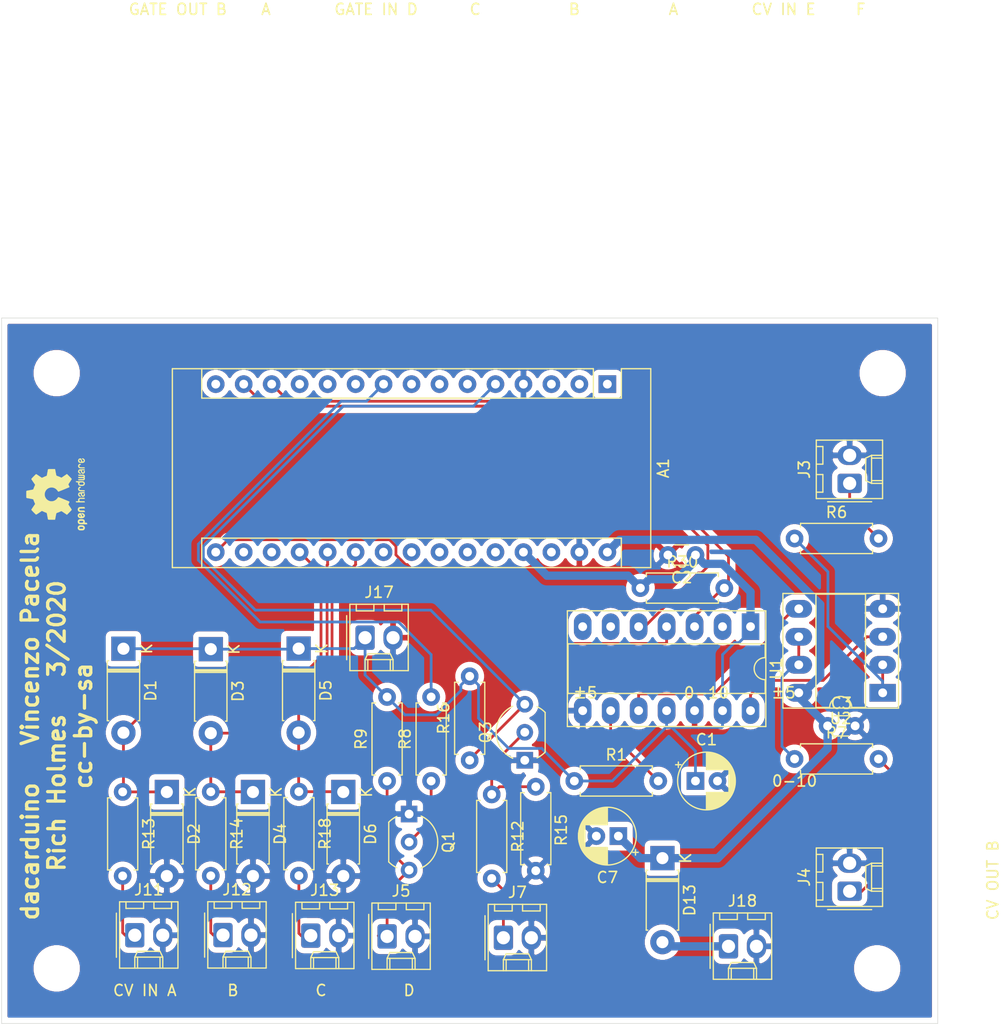
<source format=kicad_pcb>
(kicad_pcb (version 20171130) (host pcbnew 5.1.5-52549c5~84~ubuntu18.04.1)
  (layers (0 F.Cu signal) (31 B.Cu signal) (34 B.Paste user) (35 F.Paste user) (36 B.SilkS user) (37 F.SilkS user) (38 B.Mask user) (39 F.Mask user) (44 Edge.Cuts user))
  (net 0 "")
  (net 1 GND)
  (net 2 VCC)
  (net 3 +12V)
  (net 4 "Net-(Q1-Pad2)")
  (net 5 "Net-(Q3-Pad2)")
  (net 6 "Net-(U1-Pad7)")
  (net 7 "Net-(U1-Pad6)")
  (net 8 "Net-(U1-Pad2)")
  (net 9 "Net-(A1-Pad15)")
  (net 10 "Net-(A1-Pad28)")
  (net 11 "Net-(A1-Pad12)")
  (net 12 "Net-(A1-Pad11)")
  (net 13 "Net-(A1-Pad26)")
  (net 14 "Net-(A1-Pad25)")
  (net 15 "Net-(A1-Pad3)")
  (net 16 "Net-(A1-Pad18)")
  (net 17 "Net-(A1-Pad2)")
  (net 18 "Net-(A1-Pad17)")
  (net 19 "Net-(A1-Pad1)")
  (net 20 /Arduino/SCK)
  (net 21 /Arduino/MOSI)
  (net 22 /Arduino/DAC_CS)
  (net 23 /Arduino/D_OUT_B)
  (net 24 /Arduino/D_OUT_A)
  (net 25 /Arduino/A_IN_F)
  (net 26 /Arduino/D_IN_D)
  (net 27 /Arduino/A_IN_E)
  (net 28 /Arduino/D_IN_C)
  (net 29 /Arduino/A_IN_D)
  (net 30 /Arduino/D_IN_B)
  (net 31 /Arduino/A_IN_C)
  (net 32 /Arduino/A_IN_B)
  (net 33 /Arduino/A_IN_A)
  (net 34 "Net-(D13-Pad2)")
  (net 35 "Net-(R1-Pad2)")
  (net 36 "/CV out/DAC_A")
  (net 37 "/CV out/DAC_B")
  (net 38 "/Inputs/Gate in A/GATE_IN")
  (net 39 /Arduino/D_IN_A)
  (net 40 "/Inputs/CV in A/CV_IN")
  (net 41 "/Inputs/CV in B/CV_IN")
  (net 42 "/Inputs/CV in C/CV_IN")
  (net 43 "/CV out/CV_OUT_A")
  (net 44 "/CV out/CV_OUT_B")
  (net 45 "/Gate out/GATE_OUT")
  (net 46 "Net-(R6-Pad1)")
  (net 47 "Net-(R7-Pad1)")
  (module Symbol:OSHW-Logo2_7.3x6mm_SilkScreen (layer F.Cu) (at 130 107 90)
    (fp_text reference REF** hide)
    (fp_text value OSHW-Logo2_7.3x6mm_SilkScreen hide)
  )
  (module Module:Arduino_Nano (layer F.Cu) (at 180 97 270)
    (fp_text reference A1 (at 7.62 -5.08 90) (layer F.SilkS))
    (fp_text value "Arduino_Nano_v3.x 5V")
    (pad 16 thru_hole oval (at 15.24 35.56 270) (size 1.6 1.6) (drill 0.8) (layers *.Cu *.Mask) (net 20 /Arduino/SCK))
    (pad 15 thru_hole oval (at 0 35.56 270) (size 1.6 1.6) (drill 0.8) (layers *.Cu *.Mask) (net 9 "Net-(A1-Pad15)"))
    (pad 30 thru_hole oval (at 15.24 0 270) (size 1.6 1.6) (drill 0.8) (layers *.Cu *.Mask) (net 3 +12V))
    (pad 14 thru_hole oval (at 0 33.02 270) (size 1.6 1.6) (drill 0.8) (layers *.Cu *.Mask) (net 21 /Arduino/MOSI))
    (pad 29 thru_hole oval (at 15.24 2.54 270) (size 1.6 1.6) (drill 0.8) (layers *.Cu *.Mask) (net 1 GND))
    (pad 13 thru_hole oval (at 0 30.48 270) (size 1.6 1.6) (drill 0.8) (layers *.Cu *.Mask) (net 22 /Arduino/DAC_CS))
    (pad 28 thru_hole oval (at 15.24 5.08 270) (size 1.6 1.6) (drill 0.8) (layers *.Cu *.Mask) (net 10 "Net-(A1-Pad28)"))
    (pad 12 thru_hole oval (at 0 27.94 270) (size 1.6 1.6) (drill 0.8) (layers *.Cu *.Mask) (net 11 "Net-(A1-Pad12)"))
    (pad 27 thru_hole oval (at 15.24 7.62 270) (size 1.6 1.6) (drill 0.8) (layers *.Cu *.Mask) (net 2 VCC))
    (pad 11 thru_hole oval (at 0 25.4 270) (size 1.6 1.6) (drill 0.8) (layers *.Cu *.Mask) (net 12 "Net-(A1-Pad11)"))
    (pad 26 thru_hole oval (at 15.24 10.16 270) (size 1.6 1.6) (drill 0.8) (layers *.Cu *.Mask) (net 13 "Net-(A1-Pad26)"))
    (pad 10 thru_hole oval (at 0 22.86 270) (size 1.6 1.6) (drill 0.8) (layers *.Cu *.Mask) (net 23 /Arduino/D_OUT_B))
    (pad 25 thru_hole oval (at 15.24 12.7 270) (size 1.6 1.6) (drill 0.8) (layers *.Cu *.Mask) (net 14 "Net-(A1-Pad25)"))
    (pad 9 thru_hole oval (at 0 20.32 270) (size 1.6 1.6) (drill 0.8) (layers *.Cu *.Mask) (net 24 /Arduino/D_OUT_A))
    (pad 24 thru_hole oval (at 15.24 15.24 270) (size 1.6 1.6) (drill 0.8) (layers *.Cu *.Mask) (net 25 /Arduino/A_IN_F))
    (pad 8 thru_hole oval (at 0 17.78 270) (size 1.6 1.6) (drill 0.8) (layers *.Cu *.Mask) (net 26 /Arduino/D_IN_D))
    (pad 23 thru_hole oval (at 15.24 17.78 270) (size 1.6 1.6) (drill 0.8) (layers *.Cu *.Mask) (net 27 /Arduino/A_IN_E))
    (pad 7 thru_hole oval (at 0 15.24 270) (size 1.6 1.6) (drill 0.8) (layers *.Cu *.Mask) (net 28 /Arduino/D_IN_C))
    (pad 22 thru_hole oval (at 15.24 20.32 270) (size 1.6 1.6) (drill 0.8) (layers *.Cu *.Mask) (net 29 /Arduino/A_IN_D))
    (pad 6 thru_hole oval (at 0 12.7 270) (size 1.6 1.6) (drill 0.8) (layers *.Cu *.Mask) (net 30 /Arduino/D_IN_B))
    (pad 21 thru_hole oval (at 15.24 22.86 270) (size 1.6 1.6) (drill 0.8) (layers *.Cu *.Mask) (net 31 /Arduino/A_IN_C))
    (pad 5 thru_hole oval (at 0 10.16 270) (size 1.6 1.6) (drill 0.8) (layers *.Cu *.Mask) (net 39 /Arduino/D_IN_A))
    (pad 20 thru_hole oval (at 15.24 25.4 270) (size 1.6 1.6) (drill 0.8) (layers *.Cu *.Mask) (net 32 /Arduino/A_IN_B))
    (pad 4 thru_hole oval (at 0 7.62 270) (size 1.6 1.6) (drill 0.8) (layers *.Cu *.Mask) (net 1 GND))
    (pad 19 thru_hole oval (at 15.24 27.94 270) (size 1.6 1.6) (drill 0.8) (layers *.Cu *.Mask) (net 33 /Arduino/A_IN_A))
    (pad 3 thru_hole oval (at 0 5.08 270) (size 1.6 1.6) (drill 0.8) (layers *.Cu *.Mask) (net 15 "Net-(A1-Pad3)"))
    (pad 18 thru_hole oval (at 15.24 30.48 270) (size 1.6 1.6) (drill 0.8) (layers *.Cu *.Mask) (net 16 "Net-(A1-Pad18)"))
    (pad 2 thru_hole oval (at 0 2.54 270) (size 1.6 1.6) (drill 0.8) (layers *.Cu *.Mask) (net 17 "Net-(A1-Pad2)"))
    (pad 17 thru_hole oval (at 15.24 33.02 270) (size 1.6 1.6) (drill 0.8) (layers *.Cu *.Mask) (net 18 "Net-(A1-Pad17)"))
    (pad 1 thru_hole rect (at 0 0 270) (size 1.6 1.6) (drill 0.8) (layers *.Cu *.Mask) (net 19 "Net-(A1-Pad1)"))
  )
  (module Resistor_THT:R_Axial_DIN0207_L6.3mm_D2.5mm_P7.62mm_Horizontal (layer F.Cu) (at 183 115.5)
    (fp_text reference R30 (at 3.81 -2.37) (layer F.SilkS))
    (fp_text value 10K)
    (pad 2 thru_hole oval (at 7.62 0) (size 1.6 1.6) (drill 0.8) (layers *.Cu *.Mask) (net 22 /Arduino/DAC_CS))
    (pad 1 thru_hole circle (at 0 0) (size 1.6 1.6) (drill 0.8) (layers *.Cu *.Mask) (net 2 VCC))
  )
  (module Diode_THT:D_DO-41_SOD81_P7.62mm_Horizontal (layer F.Cu) (at 185 140 270)
    (fp_text reference D13 (at 3.81 -2.47 90) (layer F.SilkS))
    (fp_text value 1N5817)
    (fp_text user K (at 0 -2.1 90) (layer F.SilkS))
    (pad 2 thru_hole oval (at 7.62 0 270) (size 2.2 2.2) (drill 1.1) (layers *.Cu *.Mask) (net 34 "Net-(D13-Pad2)"))
    (pad 1 thru_hole rect (at 0 0 270) (size 2.2 2.2) (drill 1.1) (layers *.Cu *.Mask) (net 3 +12V))
  )
  (module Diode_THT:D_DO-41_SOD81_P7.62mm_Horizontal (layer F.Cu) (at 156.02 134 270)
    (fp_text reference D6 (at 3.81 -2.47 90) (layer F.SilkS))
    (fp_text value 1N5817)
    (fp_text user K (at 0 -2.1 90) (layer F.SilkS))
    (pad 2 thru_hole oval (at 7.62 0 270) (size 2.2 2.2) (drill 1.1) (layers *.Cu *.Mask) (net 1 GND))
    (pad 1 thru_hole rect (at 0 0 270) (size 2.2 2.2) (drill 1.1) (layers *.Cu *.Mask) (net 31 /Arduino/A_IN_C))
  )
  (module Diode_THT:D_DO-41_SOD81_P7.62mm_Horizontal (layer F.Cu) (at 151.97 120.99 270)
    (fp_text reference D5 (at 3.81 -2.47 90) (layer F.SilkS))
    (fp_text value 1N5817)
    (fp_text user K (at 0 -2.1 90) (layer F.SilkS))
    (pad 2 thru_hole oval (at 7.62 0 270) (size 2.2 2.2) (drill 1.1) (layers *.Cu *.Mask) (net 31 /Arduino/A_IN_C))
    (pad 1 thru_hole rect (at 0 0 270) (size 2.2 2.2) (drill 1.1) (layers *.Cu *.Mask) (net 2 VCC))
  )
  (module Diode_THT:D_DO-41_SOD81_P7.62mm_Horizontal (layer F.Cu) (at 147.82 134 270)
    (fp_text reference D4 (at 3.81 -2.47 90) (layer F.SilkS))
    (fp_text value 1N5817)
    (fp_text user K (at 0 -2.1 90) (layer F.SilkS))
    (pad 2 thru_hole oval (at 7.62 0 270) (size 2.2 2.2) (drill 1.1) (layers *.Cu *.Mask) (net 1 GND))
    (pad 1 thru_hole rect (at 0 0 270) (size 2.2 2.2) (drill 1.1) (layers *.Cu *.Mask) (net 32 /Arduino/A_IN_B))
  )
  (module Diode_THT:D_DO-41_SOD81_P7.62mm_Horizontal (layer F.Cu) (at 143.99 121.04 270)
    (fp_text reference D3 (at 3.81 -2.47 90) (layer F.SilkS))
    (fp_text value 1N5817)
    (fp_text user K (at 0 -2.1 90) (layer F.SilkS))
    (pad 2 thru_hole oval (at 7.62 0 270) (size 2.2 2.2) (drill 1.1) (layers *.Cu *.Mask) (net 32 /Arduino/A_IN_B))
    (pad 1 thru_hole rect (at 0 0 270) (size 2.2 2.2) (drill 1.1) (layers *.Cu *.Mask) (net 2 VCC))
  )
  (module Diode_THT:D_DO-41_SOD81_P7.62mm_Horizontal (layer F.Cu) (at 140 134 270)
    (fp_text reference D2 (at 3.81 -2.47 90) (layer F.SilkS))
    (fp_text value 1N5817)
    (fp_text user K (at 0 -2.1 90) (layer F.SilkS))
    (pad 2 thru_hole oval (at 7.62 0 270) (size 2.2 2.2) (drill 1.1) (layers *.Cu *.Mask) (net 1 GND))
    (pad 1 thru_hole rect (at 0 0 270) (size 2.2 2.2) (drill 1.1) (layers *.Cu *.Mask) (net 33 /Arduino/A_IN_A))
  )
  (module Diode_THT:D_DO-41_SOD81_P7.62mm_Horizontal (layer F.Cu) (at 136.06 121 270)
    (fp_text reference D1 (at 3.81 -2.47 90) (layer F.SilkS))
    (fp_text value 1N5817)
    (fp_text user K (at 0 -2.1 90) (layer F.SilkS))
    (pad 2 thru_hole oval (at 7.62 0 270) (size 2.2 2.2) (drill 1.1) (layers *.Cu *.Mask) (net 33 /Arduino/A_IN_A))
    (pad 1 thru_hole rect (at 0 0 270) (size 2.2 2.2) (drill 1.1) (layers *.Cu *.Mask) (net 2 VCC))
  )
  (module Connector_Molex:Molex_KK-254_AE-6410-02A_1x02_P2.54mm_Vertical (layer F.Cu) (at 191 148)
    (fp_text reference J18 (at 1.27 -4.12) (layer F.SilkS))
    (fp_text value Vin)
    (pad 2 thru_hole oval (at 2.54 0) (size 1.74 2.2) (drill 1.2) (layers *.Cu *.Mask) (net 1 GND))
    (pad 1 thru_hole roundrect (at 0 0) (size 1.74 2.2) (drill 1.2) (layers *.Cu *.Mask) (roundrect_rratio 0.143678) (net 34 "Net-(D13-Pad2)"))
  )
  (module Resistor_THT:R_Axial_DIN0207_L6.3mm_D2.5mm_P7.62mm_Horizontal (layer F.Cu) (at 177 133)
    (fp_text reference R1 (at 3.81 -2.37) (layer F.SilkS))
    (fp_text value 10K)
    (pad 2 thru_hole oval (at 7.62 0) (size 1.6 1.6) (drill 0.8) (layers *.Cu *.Mask) (net 35 "Net-(R1-Pad2)"))
    (pad 1 thru_hole circle (at 0 0) (size 1.6 1.6) (drill 0.8) (layers *.Cu *.Mask) (net 2 VCC))
  )
  (module Package_DIP:DIP-8_W7.62mm_Socket_LongPads (layer F.Cu) (at 205 125 180)
    (fp_text reference U2 (at 3.81 -2.33) (layer F.SilkS))
    (fp_text value TL972)
    (pad 8 thru_hole oval (at 7.62 0 180) (size 2.4 1.6) (drill 0.8) (layers *.Cu *.Mask) (net 3 +12V))
    (pad 4 thru_hole oval (at 0 7.62 180) (size 2.4 1.6) (drill 0.8) (layers *.Cu *.Mask) (net 1 GND))
    (pad 7 thru_hole oval (at 7.62 2.54 180) (size 2.4 1.6) (drill 0.8) (layers *.Cu *.Mask) (net 47 "Net-(R7-Pad1)"))
    (pad 3 thru_hole oval (at 0 5.08 180) (size 2.4 1.6) (drill 0.8) (layers *.Cu *.Mask) (net 36 "/CV out/DAC_A"))
    (pad 6 thru_hole oval (at 7.62 5.08 180) (size 2.4 1.6) (drill 0.8) (layers *.Cu *.Mask) (net 47 "Net-(R7-Pad1)"))
    (pad 2 thru_hole oval (at 0 2.54 180) (size 2.4 1.6) (drill 0.8) (layers *.Cu *.Mask) (net 46 "Net-(R6-Pad1)"))
    (pad 5 thru_hole oval (at 7.62 7.62 180) (size 2.4 1.6) (drill 0.8) (layers *.Cu *.Mask) (net 37 "/CV out/DAC_B"))
    (pad 1 thru_hole rect (at 0 0 180) (size 2.4 1.6) (drill 0.8) (layers *.Cu *.Mask) (net 46 "Net-(R6-Pad1)"))
  )
  (module MountingHole:MountingHole_3.2mm_M3 (layer F.Cu) (at 204.5 150)
    (fp_text reference H4 hide)
    (fp_text value MountingHole)
    (pad 1 np_thru_hole circle (at 0 0) (size 3.2 3.2) (drill 3.2) (layers *.Cu *.Mask))
  )
  (module MountingHole:MountingHole_3.2mm_M3 (layer F.Cu) (at 205 96)
    (fp_text reference H3 hide)
    (fp_text value MountingHole)
    (pad 1 np_thru_hole circle (at 0 0) (size 3.2 3.2) (drill 3.2) (layers *.Cu *.Mask))
  )
  (module MountingHole:MountingHole_3.2mm_M3 (layer F.Cu) (at 130 150)
    (fp_text reference H2 hide)
    (fp_text value MountingHole)
    (pad 1 np_thru_hole circle (at 0 0) (size 3.2 3.2) (drill 3.2) (layers *.Cu *.Mask))
  )
  (module MountingHole:MountingHole_3.2mm_M3 (layer F.Cu) (at 130 96)
    (fp_text reference H1 hide)
    (fp_text value MountingHole)
    (pad 1 np_thru_hole circle (at 0 0) (size 3.2 3.2) (drill 3.2) (layers *.Cu *.Mask))
  )
  (module Resistor_THT:R_Axial_DIN0207_L6.3mm_D2.5mm_P7.62mm_Horizontal (layer F.Cu) (at 151.99 133.97 270)
    (fp_text reference R18 (at 3.81 -2.37 90) (layer F.SilkS))
    (fp_text value 1k)
    (pad 2 thru_hole oval (at 7.62 0 270) (size 1.6 1.6) (drill 0.8) (layers *.Cu *.Mask) (net 42 "/Inputs/CV in C/CV_IN"))
    (pad 1 thru_hole circle (at 0 0 270) (size 1.6 1.6) (drill 0.8) (layers *.Cu *.Mask) (net 31 /Arduino/A_IN_C))
  )
  (module Resistor_THT:R_Axial_DIN0207_L6.3mm_D2.5mm_P7.62mm_Horizontal (layer F.Cu) (at 143.99 133.98 270)
    (fp_text reference R14 (at 3.81 -2.37 90) (layer F.SilkS))
    (fp_text value 1k)
    (pad 2 thru_hole oval (at 7.62 0 270) (size 1.6 1.6) (drill 0.8) (layers *.Cu *.Mask) (net 41 "/Inputs/CV in B/CV_IN"))
    (pad 1 thru_hole circle (at 0 0 270) (size 1.6 1.6) (drill 0.8) (layers *.Cu *.Mask) (net 32 /Arduino/A_IN_B))
  )
  (module Resistor_THT:R_Axial_DIN0207_L6.3mm_D2.5mm_P7.62mm_Horizontal (layer F.Cu) (at 135.99 133.99 270)
    (fp_text reference R13 (at 3.81 -2.37 90) (layer F.SilkS))
    (fp_text value 1k)
    (pad 2 thru_hole oval (at 7.62 0 270) (size 1.6 1.6) (drill 0.8) (layers *.Cu *.Mask) (net 40 "/Inputs/CV in A/CV_IN"))
    (pad 1 thru_hole circle (at 0 0 270) (size 1.6 1.6) (drill 0.8) (layers *.Cu *.Mask) (net 33 /Arduino/A_IN_A))
  )
  (module Connector_Molex:Molex_KK-254_AE-6410-02A_1x02_P2.54mm_Vertical (layer F.Cu) (at 153.07 147.03)
    (fp_text reference J13 (at 1.27 -4.12) (layer F.SilkS))
    (fp_text value "CV IN")
    (pad 2 thru_hole oval (at 2.54 0) (size 1.74 2.2) (drill 1.2) (layers *.Cu *.Mask) (net 1 GND))
    (pad 1 thru_hole roundrect (at 0 0) (size 1.74 2.2) (drill 1.2) (layers *.Cu *.Mask) (roundrect_rratio 0.143678) (net 42 "/Inputs/CV in C/CV_IN"))
  )
  (module Connector_Molex:Molex_KK-254_AE-6410-02A_1x02_P2.54mm_Vertical (layer F.Cu) (at 145.1 146.98)
    (fp_text reference J12 (at 1.27 -4.12) (layer F.SilkS))
    (fp_text value "CV IN")
    (pad 2 thru_hole oval (at 2.54 0) (size 1.74 2.2) (drill 1.2) (layers *.Cu *.Mask) (net 1 GND))
    (pad 1 thru_hole roundrect (at 0 0) (size 1.74 2.2) (drill 1.2) (layers *.Cu *.Mask) (roundrect_rratio 0.143678) (net 41 "/Inputs/CV in B/CV_IN"))
  )
  (module Connector_Molex:Molex_KK-254_AE-6410-02A_1x02_P2.54mm_Vertical (layer F.Cu) (at 137.09 146.99)
    (fp_text reference J11 (at 1.27 -4.12) (layer F.SilkS))
    (fp_text value "CV IN")
    (pad 2 thru_hole oval (at 2.54 0) (size 1.74 2.2) (drill 1.2) (layers *.Cu *.Mask) (net 1 GND))
    (pad 1 thru_hole roundrect (at 0 0) (size 1.74 2.2) (drill 1.2) (layers *.Cu *.Mask) (roundrect_rratio 0.143678) (net 40 "/Inputs/CV in A/CV_IN"))
  )
  (module Resistor_THT:R_Axial_DIN0207_L6.3mm_D2.5mm_P7.62mm_Horizontal (layer F.Cu) (at 167.5 131.12 90)
    (fp_text reference R16 (at 3.81 -2.37 90) (layer F.SilkS))
    (fp_text value 10k)
    (pad 2 thru_hole oval (at 7.62 0 90) (size 1.6 1.6) (drill 0.8) (layers *.Cu *.Mask) (net 2 VCC))
    (pad 1 thru_hole circle (at 0 0 90) (size 1.6 1.6) (drill 0.8) (layers *.Cu *.Mask) (net 39 /Arduino/D_IN_A))
  )
  (module Resistor_THT:R_Axial_DIN0207_L6.3mm_D2.5mm_P7.62mm_Horizontal (layer F.Cu) (at 173.5 141.14 90)
    (fp_text reference R15 (at 3.69 2.31 90) (layer F.SilkS))
    (fp_text value 1M)
    (pad 2 thru_hole oval (at 7.62 0 90) (size 1.6 1.6) (drill 0.8) (layers *.Cu *.Mask) (net 5 "Net-(Q3-Pad2)"))
    (pad 1 thru_hole circle (at 0 0 90) (size 1.6 1.6) (drill 0.8) (layers *.Cu *.Mask) (net 1 GND))
  )
  (module Resistor_THT:R_Axial_DIN0207_L6.3mm_D2.5mm_P7.62mm_Horizontal (layer F.Cu) (at 169.5 134.22 270)
    (fp_text reference R12 (at 3.81 -2.37 90) (layer F.SilkS))
    (fp_text value 100k)
    (pad 2 thru_hole oval (at 7.62 0 270) (size 1.6 1.6) (drill 0.8) (layers *.Cu *.Mask) (net 38 "/Inputs/Gate in A/GATE_IN"))
    (pad 1 thru_hole circle (at 0 0 270) (size 1.6 1.6) (drill 0.8) (layers *.Cu *.Mask) (net 5 "Net-(Q3-Pad2)"))
  )
  (module Package_TO_SOT_THT:TO-92_Inline_Wide (layer F.Cu) (at 172.5 131.12 90)
    (fp_text reference Q3 (at 2.54 -3.56 90) (layer F.SilkS))
    (fp_text value 2N3904)
    (pad 1 thru_hole rect (at 0 0 180) (size 1.5 1.5) (drill 0.8) (layers *.Cu *.Mask) (net 1 GND))
    (pad 3 thru_hole circle (at 5.08 0 180) (size 1.5 1.5) (drill 0.8) (layers *.Cu *.Mask) (net 39 /Arduino/D_IN_A))
    (pad 2 thru_hole circle (at 2.54 0 180) (size 1.5 1.5) (drill 0.8) (layers *.Cu *.Mask) (net 5 "Net-(Q3-Pad2)"))
  )
  (module Connector_Molex:Molex_KK-254_AE-6410-02A_1x02_P2.54mm_Vertical (layer F.Cu) (at 170.56 147.22)
    (fp_text reference J7 (at 1.27 -4.12) (layer F.SilkS))
    (fp_text value "GATE IN")
    (pad 2 thru_hole oval (at 2.54 0) (size 1.74 2.2) (drill 1.2) (layers *.Cu *.Mask) (net 1 GND))
    (pad 1 thru_hole roundrect (at 0 0) (size 1.74 2.2) (drill 1.2) (layers *.Cu *.Mask) (roundrect_rratio 0.143678) (net 38 "/Inputs/Gate in A/GATE_IN"))
  )
  (module Package_DIP:DIP-14_W7.62mm_Socket_LongPads (layer F.Cu) (at 193 119 270)
    (fp_text reference U1 (at 3.81 -2.33 90) (layer F.SilkS))
    (fp_text value MCP4922)
    (pad 14 thru_hole oval (at 7.62 0 270) (size 2.4 1.6) (drill 0.8) (layers *.Cu *.Mask) (net 36 "/CV out/DAC_A"))
    (pad 7 thru_hole oval (at 0 15.24 270) (size 2.4 1.6) (drill 0.8) (layers *.Cu *.Mask) (net 6 "Net-(U1-Pad7)"))
    (pad 13 thru_hole oval (at 7.62 2.54 270) (size 2.4 1.6) (drill 0.8) (layers *.Cu *.Mask) (net 2 VCC))
    (pad 6 thru_hole oval (at 0 12.7 270) (size 2.4 1.6) (drill 0.8) (layers *.Cu *.Mask) (net 7 "Net-(U1-Pad6)"))
    (pad 12 thru_hole oval (at 7.62 5.08 270) (size 2.4 1.6) (drill 0.8) (layers *.Cu *.Mask) (net 1 GND))
    (pad 5 thru_hole oval (at 0 10.16 270) (size 2.4 1.6) (drill 0.8) (layers *.Cu *.Mask) (net 21 /Arduino/MOSI))
    (pad 11 thru_hole oval (at 7.62 7.62 270) (size 2.4 1.6) (drill 0.8) (layers *.Cu *.Mask) (net 2 VCC))
    (pad 4 thru_hole oval (at 0 7.62 270) (size 2.4 1.6) (drill 0.8) (layers *.Cu *.Mask) (net 20 /Arduino/SCK))
    (pad 10 thru_hole oval (at 7.62 10.16 270) (size 2.4 1.6) (drill 0.8) (layers *.Cu *.Mask) (net 37 "/CV out/DAC_B"))
    (pad 3 thru_hole oval (at 0 5.08 270) (size 2.4 1.6) (drill 0.8) (layers *.Cu *.Mask) (net 22 /Arduino/DAC_CS))
    (pad 9 thru_hole oval (at 7.62 12.7 270) (size 2.4 1.6) (drill 0.8) (layers *.Cu *.Mask) (net 35 "Net-(R1-Pad2)"))
    (pad 2 thru_hole oval (at 0 2.54 270) (size 2.4 1.6) (drill 0.8) (layers *.Cu *.Mask) (net 8 "Net-(U1-Pad2)"))
    (pad 8 thru_hole oval (at 7.62 15.24 270) (size 2.4 1.6) (drill 0.8) (layers *.Cu *.Mask) (net 1 GND))
    (pad 1 thru_hole rect (at 0 0 270) (size 2.4 1.6) (drill 0.8) (layers *.Cu *.Mask) (net 2 VCC))
  )
  (module Resistor_THT:R_Axial_DIN0207_L6.3mm_D2.5mm_P7.62mm_Horizontal (layer F.Cu) (at 160 133 90)
    (fp_text reference R9 (at 3.81 -2.37 90) (layer F.SilkS))
    (fp_text value 1k)
    (pad 2 thru_hole oval (at 7.62 0 90) (size 1.6 1.6) (drill 0.8) (layers *.Cu *.Mask) (net 2 VCC))
    (pad 1 thru_hole circle (at 0 0 90) (size 1.6 1.6) (drill 0.8) (layers *.Cu *.Mask) (net 45 "/Gate out/GATE_OUT"))
  )
  (module Resistor_THT:R_Axial_DIN0207_L6.3mm_D2.5mm_P7.62mm_Horizontal (layer F.Cu) (at 164 133 90)
    (fp_text reference R8 (at 3.81 -2.37 90) (layer F.SilkS))
    (fp_text value 1k)
    (pad 2 thru_hole oval (at 7.62 0 90) (size 1.6 1.6) (drill 0.8) (layers *.Cu *.Mask) (net 24 /Arduino/D_OUT_A))
    (pad 1 thru_hole circle (at 0 0 90) (size 1.6 1.6) (drill 0.8) (layers *.Cu *.Mask) (net 4 "Net-(Q1-Pad2)"))
  )
  (module Resistor_THT:R_Axial_DIN0207_L6.3mm_D2.5mm_P7.62mm_Horizontal (layer F.Cu) (at 197 131)
    (fp_text reference R7 (at 3.81 -2.37) (layer F.SilkS))
    (fp_text value 1K)
    (pad 1 thru_hole circle (at 0 0) (size 1.6 1.6) (drill 0.8) (layers *.Cu *.Mask) (net 47 "Net-(R7-Pad1)"))
    (pad 2 thru_hole oval (at 7.62 0) (size 1.6 1.6) (drill 0.8) (layers *.Cu *.Mask) (net 44 "/CV out/CV_OUT_B"))
  )
  (module Resistor_THT:R_Axial_DIN0207_L6.3mm_D2.5mm_P7.62mm_Horizontal (layer F.Cu) (at 197 111)
    (fp_text reference R6 (at 3.81 -2.37) (layer F.SilkS))
    (fp_text value 1K)
    (pad 2 thru_hole oval (at 7.62 0) (size 1.6 1.6) (drill 0.8) (layers *.Cu *.Mask) (net 43 "/CV out/CV_OUT_A"))
    (pad 1 thru_hole circle (at 0 0) (size 1.6 1.6) (drill 0.8) (layers *.Cu *.Mask) (net 46 "Net-(R6-Pad1)"))
  )
  (module Package_TO_SOT_THT:TO-92_Inline_Wide (layer F.Cu) (at 162 136 270)
    (fp_text reference Q1 (at 2.54 -3.56 90) (layer F.SilkS))
    (fp_text value 2N3904)
    (pad 1 thru_hole rect (at 0 0) (size 1.5 1.5) (drill 0.8) (layers *.Cu *.Mask) (net 1 GND))
    (pad 3 thru_hole circle (at 5.08 0) (size 1.5 1.5) (drill 0.8) (layers *.Cu *.Mask) (net 45 "/Gate out/GATE_OUT"))
    (pad 2 thru_hole circle (at 2.54 0) (size 1.5 1.5) (drill 0.8) (layers *.Cu *.Mask) (net 4 "Net-(Q1-Pad2)"))
  )
  (module Connector_Molex:Molex_KK-254_AE-6410-02A_1x02_P2.54mm_Vertical (layer F.Cu) (at 158 120)
    (fp_text reference J17 (at 1.27 -4.12) (layer F.SilkS))
    (fp_text value VCC)
    (pad 2 thru_hole oval (at 2.54 0) (size 1.74 2.2) (drill 1.2) (layers *.Cu *.Mask) (net 1 GND))
    (pad 1 thru_hole roundrect (at 0 0) (size 1.74 2.2) (drill 1.2) (layers *.Cu *.Mask) (roundrect_rratio 0.143678) (net 2 VCC))
  )
  (module Connector_Molex:Molex_KK-254_AE-6410-02A_1x02_P2.54mm_Vertical (layer F.Cu) (at 160 147.1)
    (fp_text reference J5 (at 1.27 -4.12) (layer F.SilkS))
    (fp_text value "GATE OUT A")
    (pad 2 thru_hole oval (at 2.54 0) (size 1.74 2.2) (drill 1.2) (layers *.Cu *.Mask) (net 1 GND))
    (pad 1 thru_hole roundrect (at 0 0) (size 1.74 2.2) (drill 1.2) (layers *.Cu *.Mask) (roundrect_rratio 0.143678) (net 45 "/Gate out/GATE_OUT"))
  )
  (module Connector_Molex:Molex_KK-254_AE-6410-02A_1x02_P2.54mm_Vertical (layer F.Cu) (at 202 143 90)
    (fp_text reference J4 (at 1.27 -4.12 90) (layer F.SilkS))
    (fp_text value "CV OUT B")
    (pad 2 thru_hole oval (at 2.54 0 90) (size 1.74 2.2) (drill 1.2) (layers *.Cu *.Mask) (net 1 GND))
    (pad 1 thru_hole roundrect (at 0 0 90) (size 1.74 2.2) (drill 1.2) (layers *.Cu *.Mask) (roundrect_rratio 0.143678) (net 44 "/CV out/CV_OUT_B"))
  )
  (module Connector_Molex:Molex_KK-254_AE-6410-02A_1x02_P2.54mm_Vertical (layer F.Cu) (at 202 106 90)
    (fp_text reference J3 (at 1.27 -4.12 90) (layer F.SilkS))
    (fp_text value "CV OUT A")
    (pad 1 thru_hole roundrect (at 0 0 90) (size 1.74 2.2) (drill 1.2) (layers *.Cu *.Mask) (roundrect_rratio 0.143678) (net 43 "/CV out/CV_OUT_A"))
    (pad 2 thru_hole oval (at 2.54 0 90) (size 1.74 2.2) (drill 1.2) (layers *.Cu *.Mask) (net 1 GND))
  )
  (module Capacitor_THT:CP_Radial_D5.0mm_P2.00mm (layer F.Cu) (at 181 138 180)
    (fp_text reference C7 (at 1 -3.75) (layer F.SilkS))
    (fp_text value 10uF)
    (pad 2 thru_hole circle (at 2 0 180) (size 1.6 1.6) (drill 0.8) (layers *.Cu *.Mask) (net 1 GND))
    (pad 1 thru_hole rect (at 0 0 180) (size 1.6 1.6) (drill 0.8) (layers *.Cu *.Mask) (net 3 +12V))
  )
  (module Capacitor_THT:C_Disc_D3.0mm_W1.6mm_P2.50mm (layer F.Cu) (at 200 128)
    (fp_text reference C3 (at 1.25 -2.05) (layer F.SilkS))
    (fp_text value 0.1uF)
    (pad 2 thru_hole circle (at 2.5 0) (size 1.6 1.6) (drill 0.8) (layers *.Cu *.Mask) (net 1 GND))
    (pad 1 thru_hole circle (at 0 0) (size 1.6 1.6) (drill 0.8) (layers *.Cu *.Mask) (net 3 +12V))
  )
  (module Capacitor_THT:C_Disc_D3.0mm_W1.6mm_P2.50mm (layer F.Cu) (at 188 112.5 180)
    (fp_text reference C2 (at 1.25 -2.05) (layer F.SilkS))
    (fp_text value 0.1uF)
    (pad 2 thru_hole circle (at 2.5 0 180) (size 1.6 1.6) (drill 0.8) (layers *.Cu *.Mask) (net 1 GND))
    (pad 1 thru_hole circle (at 0 0 180) (size 1.6 1.6) (drill 0.8) (layers *.Cu *.Mask) (net 2 VCC))
  )
  (module Capacitor_THT:CP_Radial_D5.0mm_P2.00mm (layer F.Cu) (at 188 133)
    (fp_text reference C1 (at 1 -3.75) (layer F.SilkS))
    (fp_text value 10uF)
    (pad 2 thru_hole circle (at 2 0) (size 1.6 1.6) (drill 0.8) (layers *.Cu *.Mask) (net 1 GND))
    (pad 1 thru_hole rect (at 0 0) (size 1.6 1.6) (drill 0.8) (layers *.Cu *.Mask) (net 2 VCC))
  )
  (gr_text "dacarduino   Vincenzo Pacella\nRich Holmes   3/2020\ncc-by-sa" (at 130 128 90) (layer F.SilkS) (effects (font (size 1.5 1.5) (thickness 0.3))))
  (gr_line (start 210 155) (end 125 155) (layer Edge.Cuts) (width 0.05))
  (gr_text "CV OUT B" (at 215 142 90) (layer F.SilkS) (effects (font (size 1 1))))
  (gr_text A (at 149 63) (layer F.SilkS) (effects (font (size 1 1))))
  (gr_text "GATE OUT B" (at 141 63) (layer F.SilkS) (effects (font (size 1 1))))
  (gr_text A (at 186 63) (layer F.SilkS) (effects (font (size 1 1))))
  (gr_text B (at 177 63) (layer F.SilkS) (effects (font (size 1 1))))
  (gr_text C (at 168 63) (layer F.SilkS) (effects (font (size 1 1))))
  (gr_text "GATE IN D" (at 159 63) (layer F.SilkS) (effects (font (size 1 1))))
  (gr_text F (at 203 63) (layer F.SilkS) (effects (font (size 1 1))))
  (gr_text "CV IN E" (at 196 63) (layer F.SilkS) (effects (font (size 1 1))))
  (gr_text D (at 162 152) (layer F.SilkS) (effects (font (size 1 1))))
  (gr_text C (at 154 152) (layer F.SilkS) (effects (font (size 1 1))))
  (gr_text B (at 146 152) (layer F.SilkS) (effects (font (size 1 1))))
  (gr_text "CV IN A" (at 138 152) (layer F.SilkS) (effects (font (size 1 1))))
  (gr_line (start 125 155) (end 125 91) (layer Edge.Cuts) (width 0.05))
  (gr_line (start 210 91) (end 210 155) (layer Edge.Cuts) (width 0.05))
  (gr_line (start 125 91) (end 210 91) (layer Edge.Cuts) (width 0.05))
  (gr_text ±5 (at 196 125) (layer F.SilkS) (effects (font (size 1 1))))
  (gr_text 0-10 (at 189 125) (layer F.SilkS) (effects (font (size 1 1))))
  (gr_text 0-10 (at 197 133) (layer F.SilkS) (effects (font (size 1 1))))
  (gr_text ±5 (at 178 125) (layer F.SilkS) (effects (font (size 1 1))))
  (segment (start 143.95 121) (end 143.99 121.04) (width 0.25) (layer B.Cu) (net 2))
  (segment (start 136.06 121) (end 143.95 121) (width 0.25) (layer B.Cu) (net 2))
  (segment (start 151.92 121.04) (end 151.97 120.99) (width 0.25) (layer B.Cu) (net 2))
  (segment (start 143.99 121.04) (end 151.92 121.04) (width 0.25) (layer B.Cu) (net 2))
  (segment (start 193 118) (end 193 119) (width 0.75) (layer B.Cu) (net 2))
  (segment (start 180 112.24) (end 180 112) (width 0.75) (layer B.Cu) (net 3))
  (segment (start 197.38 125.38) (end 200 128) (width 0.75) (layer B.Cu) (net 3))
  (segment (start 197.38 125) (end 197.38 125.38) (width 0.75) (layer B.Cu) (net 3))
  (segment (start 205 117.38) (end 204.6 117.38) (width 0.75) (layer B.Cu) (net 1))
  (segment (start 164 136.54) (end 164 133) (width 0.25) (layer F.Cu) (net 4))
  (segment (start 162 138.54) (end 164 136.54) (width 0.25) (layer F.Cu) (net 4))
  (segment (start 170.2 133.52) (end 169.5 134.22) (width 0.25) (layer F.Cu) (net 5))
  (segment (start 173.5 133.52) (end 170.2 133.52) (width 0.25) (layer F.Cu) (net 5))
  (segment (start 169.5 131.58) (end 172.5 128.58) (width 0.25) (layer F.Cu) (net 5))
  (segment (start 169.5 134.22) (end 169.5 131.58) (width 0.25) (layer F.Cu) (net 5))
  (segment (start 145.565001 111.114999) (end 144.44 112.24) (width 0.25) (layer F.Cu) (net 20))
  (segment (start 160.220001 111.114999) (end 145.565001 111.114999) (width 0.25) (layer F.Cu) (net 20))
  (segment (start 160.805001 111.699999) (end 160.220001 111.114999) (width 0.25) (layer F.Cu) (net 20))
  (segment (start 160.805001 112.490003) (end 160.805001 111.699999) (width 0.25) (layer F.Cu) (net 20))
  (segment (start 161.679999 113.365001) (end 160.805001 112.490003) (width 0.25) (layer F.Cu) (net 20))
  (segment (start 161.825 113.365001) (end 161.679999 113.365001) (width 0.25) (layer F.Cu) (net 20))
  (segment (start 168.985009 120.52501) (end 161.825 113.365001) (width 0.25) (layer F.Cu) (net 20))
  (segment (start 185.30499 120.52501) (end 168.985009 120.52501) (width 0.25) (layer F.Cu) (net 20))
  (segment (start 185.38 120.45) (end 185.30499 120.52501) (width 0.25) (layer F.Cu) (net 20))
  (segment (start 185.38 119) (end 185.38 120.45) (width 0.25) (layer F.Cu) (net 20))
  (segment (start 146.98 97) (end 148.98 99) (width 0.25) (layer F.Cu) (net 21))
  (segment (start 148.98 99) (end 168.846115 99) (width 0.25) (layer F.Cu) (net 21))
  (segment (start 155.99 133.97) (end 156.02 134) (width 0.25) (layer F.Cu) (net 31))
  (segment (start 151.99 133.97) (end 155.99 133.97) (width 0.25) (layer F.Cu) (net 31))
  (segment (start 147.8 133.98) (end 147.82 134) (width 0.25) (layer F.Cu) (net 32))
  (segment (start 143.99 133.98) (end 147.8 133.98) (width 0.25) (layer F.Cu) (net 32))
  (segment (start 139.99 133.99) (end 140 134) (width 0.25) (layer F.Cu) (net 33))
  (segment (start 135.99 133.99) (end 139.99 133.99) (width 0.25) (layer F.Cu) (net 33))
  (segment (start 196.92 122) (end 197.38 122.46) (width 0.25) (layer F.Cu) (net 47))
  (segment (start 180.3 127.32) (end 180.3 126.62) (width 0.25) (layer F.Cu) (net 35))
  (segment (start 182.84 126.62) (end 183.388996 126.62) (width 0.25) (layer B.Cu) (net 37))
  (segment (start 170.56 142.9) (end 169.5 141.84) (width 0.25) (layer F.Cu) (net 38))
  (segment (start 170.56 147.22) (end 170.56 142.9) (width 0.25) (layer F.Cu) (net 38))
  (segment (start 167.5 131.04) (end 167.5 131.12) (width 0.25) (layer F.Cu) (net 39))
  (segment (start 172.5 126.04) (end 167.5 131.04) (width 0.25) (layer F.Cu) (net 39))
  (segment (start 135.99 146.76) (end 136.22 146.99) (width 0.25) (layer F.Cu) (net 40))
  (segment (start 136.22 146.99) (end 137.09 146.99) (width 0.25) (layer F.Cu) (net 40))
  (segment (start 135.99 141.61) (end 135.99 146.76) (width 0.25) (layer F.Cu) (net 40))
  (segment (start 144.23 146.98) (end 145.1 146.98) (width 0.25) (layer F.Cu) (net 41))
  (segment (start 143.99 146.74) (end 144.23 146.98) (width 0.25) (layer F.Cu) (net 41))
  (segment (start 143.99 141.6) (end 143.99 146.74) (width 0.25) (layer F.Cu) (net 41))
  (segment (start 152.2 147.03) (end 153.07 147.03) (width 0.25) (layer F.Cu) (net 42))
  (segment (start 151.99 146.82) (end 152.2 147.03) (width 0.25) (layer F.Cu) (net 42))
  (segment (start 151.99 141.59) (end 151.99 146.82) (width 0.25) (layer F.Cu) (net 42))
  (segment (start 159.2 147.04) (end 160.07 147.04) (width 0.25) (layer F.Cu) (net 45))
  (segment (start 204.62 141.48) (end 204.62 137) (width 0.25) (layer F.Cu) (net 44))
  (segment (start 203.1 143) (end 204.62 141.48) (width 0.25) (layer F.Cu) (net 44))
  (segment (start 202 143) (end 203.1 143) (width 0.25) (layer F.Cu) (net 44))
  (segment (start 205.745001 135.874999) (end 204.62 137) (width 0.25) (layer F.Cu) (net 44))
  (segment (start 205.745001 132.125001) (end 205.745001 135.874999) (width 0.25) (layer F.Cu) (net 44))
  (segment (start 204.62 131) (end 205.745001 132.125001) (width 0.25) (layer F.Cu) (net 44))
  (segment (start 160 143.08) (end 162 141.08) (width 0.25) (layer F.Cu) (net 45))
  (segment (start 160 147.1) (end 160 143.08) (width 0.25) (layer F.Cu) (net 45))
  (segment (start 157.01 120.99) (end 158 120) (width 0.25) (layer B.Cu) (net 2))
  (segment (start 151.97 120.99) (end 157.01 120.99) (width 0.25) (layer B.Cu) (net 2))
  (segment (start 158 123.38) (end 160 125.38) (width 0.25) (layer B.Cu) (net 2))
  (segment (start 158 120) (end 158 123.38) (width 0.25) (layer B.Cu) (net 2))
  (segment (start 174.044999 130.044999) (end 176.200001 132.200001) (width 0.25) (layer B.Cu) (net 2))
  (segment (start 176.200001 132.200001) (end 177 133) (width 0.25) (layer B.Cu) (net 2))
  (segment (start 168.299999 127.299999) (end 171.044999 130.044999) (width 0.25) (layer B.Cu) (net 2))
  (segment (start 168.299999 124.299999) (end 168.299999 127.299999) (width 0.25) (layer B.Cu) (net 2))
  (segment (start 171.044999 130.044999) (end 174.044999 130.044999) (width 0.25) (layer B.Cu) (net 2))
  (segment (start 167.5 123.5) (end 168.299999 124.299999) (width 0.25) (layer B.Cu) (net 2))
  (segment (start 180.45 133) (end 185.38 128.07) (width 0.25) (layer B.Cu) (net 2))
  (segment (start 177 133) (end 180.45 133) (width 0.25) (layer B.Cu) (net 2))
  (segment (start 190.46 128.07) (end 190.46 126.62) (width 0.25) (layer B.Cu) (net 2))
  (segment (start 190.38499 128.14501) (end 190.46 128.07) (width 0.25) (layer B.Cu) (net 2))
  (segment (start 185.38 128.07) (end 185.45501 128.14501) (width 0.25) (layer B.Cu) (net 2))
  (segment (start 185.38 126.62) (end 185.38 128.07) (width 0.25) (layer B.Cu) (net 2))
  (segment (start 188 130.29002) (end 188 133) (width 0.25) (layer B.Cu) (net 2))
  (segment (start 185.85499 128.14501) (end 188 130.29002) (width 0.25) (layer B.Cu) (net 2))
  (segment (start 185.85499 128.14501) (end 190.38499 128.14501) (width 0.25) (layer B.Cu) (net 2))
  (segment (start 185.45501 128.14501) (end 185.85499 128.14501) (width 0.25) (layer B.Cu) (net 2))
  (segment (start 190.46 126.62) (end 190.46 121.54) (width 0.25) (layer B.Cu) (net 2))
  (segment (start 193 119.4) (end 193 119) (width 0.25) (layer B.Cu) (net 2))
  (segment (start 190.46 121.54) (end 191.55 120.45) (width 0.25) (layer B.Cu) (net 2))
  (segment (start 191.55 120.45) (end 191.95 120.45) (width 0.25) (layer B.Cu) (net 2))
  (segment (start 191.95 120.45) (end 193 119.4) (width 0.25) (layer B.Cu) (net 2))
  (segment (start 172.38 112.24) (end 174.515001 114.375001) (width 0.75) (layer B.Cu) (net 2))
  (segment (start 193 117.05) (end 193 119) (width 0.75) (layer B.Cu) (net 2))
  (segment (start 190.455001 113.299999) (end 193 115.844998) (width 0.75) (layer B.Cu) (net 2))
  (segment (start 188.799999 113.299999) (end 190.455001 113.299999) (width 0.75) (layer B.Cu) (net 2))
  (segment (start 193 115.844998) (end 193 117.05) (width 0.75) (layer B.Cu) (net 2))
  (segment (start 188 112.5) (end 188.799999 113.299999) (width 0.75) (layer B.Cu) (net 2))
  (segment (start 181.875001 114.375001) (end 183 115.5) (width 0.75) (layer B.Cu) (net 2))
  (segment (start 174.515001 114.375001) (end 181.875001 114.375001) (width 0.75) (layer B.Cu) (net 2))
  (segment (start 187.200001 113.799999) (end 188 113) (width 0.75) (layer B.Cu) (net 2))
  (segment (start 186.299999 114.700001) (end 187.200001 113.799999) (width 0.75) (layer B.Cu) (net 2))
  (segment (start 183.799999 114.700001) (end 186.299999 114.700001) (width 0.75) (layer B.Cu) (net 2))
  (segment (start 183 115.5) (end 183.799999 114.700001) (width 0.75) (layer B.Cu) (net 2))
  (segment (start 166.700001 124.299999) (end 167.5 123.5) (width 0.25) (layer B.Cu) (net 2))
  (segment (start 166.700001 124.799999) (end 166.700001 124.299999) (width 0.25) (layer B.Cu) (net 2))
  (segment (start 160 125.38) (end 161.62 127) (width 0.25) (layer B.Cu) (net 2))
  (segment (start 164.5 127) (end 166.700001 124.799999) (width 0.25) (layer B.Cu) (net 2))
  (segment (start 161.62 127) (end 164.5 127) (width 0.25) (layer B.Cu) (net 2))
  (segment (start 183 140) (end 181 138) (width 0.75) (layer B.Cu) (net 3))
  (segment (start 185 140) (end 183 140) (width 0.75) (layer B.Cu) (net 3))
  (segment (start 200 129.13137) (end 200 128) (width 0.75) (layer B.Cu) (net 3))
  (segment (start 200 130.035002) (end 200 129.13137) (width 0.75) (layer B.Cu) (net 3))
  (segment (start 190.035002 140) (end 200 130.035002) (width 0.75) (layer B.Cu) (net 3))
  (segment (start 185 140) (end 190.035002 140) (width 0.75) (layer B.Cu) (net 3))
  (segment (start 199.33 116.985443) (end 199.33 123.45) (width 0.75) (layer B.Cu) (net 3))
  (segment (start 193.469556 111.124999) (end 199.33 116.985443) (width 0.75) (layer B.Cu) (net 3))
  (segment (start 181.115001 111.124999) (end 193.469556 111.124999) (width 0.75) (layer B.Cu) (net 3))
  (segment (start 197.78 125) (end 197.38 125) (width 0.75) (layer B.Cu) (net 3))
  (segment (start 199.33 123.45) (end 197.78 125) (width 0.75) (layer B.Cu) (net 3))
  (segment (start 180 112.24) (end 181.115001 111.124999) (width 0.75) (layer B.Cu) (net 3))
  (segment (start 176.5 99) (end 168 99) (width 0.25) (layer F.Cu) (net 21))
  (segment (start 182.84 119) (end 183.388996 119) (width 0.25) (layer F.Cu) (net 21))
  (segment (start 183.388996 119) (end 188.263995 114.125001) (width 0.25) (layer F.Cu) (net 21))
  (segment (start 188.540001 114.125001) (end 189.125001 113.540001) (width 0.25) (layer F.Cu) (net 21))
  (segment (start 188.263995 114.125001) (end 188.540001 114.125001) (width 0.25) (layer F.Cu) (net 21))
  (segment (start 189.125001 113.540001) (end 189.125001 111.625001) (width 0.25) (layer F.Cu) (net 21))
  (segment (start 189.125001 111.625001) (end 176.5 99) (width 0.25) (layer F.Cu) (net 21))
  (segment (start 150.319999 97.799999) (end 149.52 97) (width 0.25) (layer F.Cu) (net 22))
  (segment (start 151.06999 98.54999) (end 150.319999 97.799999) (width 0.25) (layer F.Cu) (net 22))
  (segment (start 176.92999 98.54999) (end 151.06999 98.54999) (width 0.25) (layer F.Cu) (net 22))
  (segment (start 191 112.62) (end 176.92999 98.54999) (width 0.25) (layer F.Cu) (net 22))
  (segment (start 187.92 118.08) (end 187.92 119) (width 0.25) (layer F.Cu) (net 22))
  (segment (start 191 112.62) (end 191 115) (width 0.25) (layer F.Cu) (net 22))
  (segment (start 191 115) (end 187.92 118.08) (width 0.25) (layer F.Cu) (net 22))
  (segment (start 164 124.24863) (end 164 125.38) (width 0.25) (layer B.Cu) (net 24))
  (segment (start 164 121.540001) (end 164 124.24863) (width 0.25) (layer B.Cu) (net 24))
  (segment (start 161.034989 118.57499) (end 164 121.540001) (width 0.25) (layer B.Cu) (net 24))
  (segment (start 148.473578 118.57499) (end 161.034989 118.57499) (width 0.25) (layer B.Cu) (net 24))
  (segment (start 142.86499 112.966402) (end 148.473578 118.57499) (width 0.25) (layer B.Cu) (net 24))
  (segment (start 142.864989 111.513599) (end 142.86499 112.966402) (width 0.25) (layer B.Cu) (net 24))
  (segment (start 155.828597 98.549991) (end 142.864989 111.513599) (width 0.25) (layer B.Cu) (net 24))
  (segment (start 158.130009 98.549991) (end 155.828597 98.549991) (width 0.25) (layer B.Cu) (net 24))
  (segment (start 159.68 97) (end 158.130009 98.549991) (width 0.25) (layer B.Cu) (net 24))
  (segment (start 151.99 133.97) (end 151.97 133.95) (width 0.25) (layer F.Cu) (net 31))
  (segment (start 151.97 133.95) (end 151.97 128.61) (width 0.25) (layer F.Cu) (net 31))
  (segment (start 157.14 113.37137) (end 157.14 112.24) (width 0.25) (layer F.Cu) (net 31))
  (segment (start 151.97 125.03) (end 155 122) (width 0.25) (layer F.Cu) (net 31))
  (segment (start 151.97 128.61) (end 151.97 125.03) (width 0.25) (layer F.Cu) (net 31))
  (segment (start 155 115.51137) (end 157.14 113.37137) (width 0.25) (layer F.Cu) (net 31))
  (segment (start 155 122) (end 155 115.51137) (width 0.25) (layer F.Cu) (net 31))
  (segment (start 143.99 128.66) (end 143.99 133.98) (width 0.25) (layer F.Cu) (net 32))
  (segment (start 143.99 128.66) (end 147.70359 128.66) (width 0.25) (layer F.Cu) (net 32))
  (segment (start 154.549989 113.421381) (end 154.6 113.37137) (width 0.25) (layer F.Cu) (net 32))
  (segment (start 154.549989 121.813601) (end 154.549989 113.421381) (width 0.25) (layer F.Cu) (net 32))
  (segment (start 147.70359 128.66) (end 154.549989 121.813601) (width 0.25) (layer F.Cu) (net 32))
  (segment (start 154.6 113.37137) (end 154.6 112.24) (width 0.25) (layer F.Cu) (net 32))
  (segment (start 136.06 133.92) (end 135.99 133.99) (width 0.25) (layer F.Cu) (net 33))
  (segment (start 136.06 128.62) (end 136.06 133.92) (width 0.25) (layer F.Cu) (net 33))
  (segment (start 154 121.72718) (end 149.72718 126) (width 0.25) (layer F.Cu) (net 33))
  (segment (start 137.159999 127.520001) (end 136.06 128.62) (width 0.25) (layer F.Cu) (net 33))
  (segment (start 149.72718 126) (end 138.68 126) (width 0.25) (layer F.Cu) (net 33))
  (segment (start 138.68 126) (end 137.159999 127.520001) (width 0.25) (layer F.Cu) (net 33))
  (segment (start 154 114.18) (end 154 121.72718) (width 0.25) (layer F.Cu) (net 33))
  (segment (start 152.06 112.24) (end 154 114.18) (width 0.25) (layer F.Cu) (net 33))
  (segment (start 185.38 148) (end 185 147.62) (width 0.75) (layer B.Cu) (net 34))
  (segment (start 191 148) (end 185.38 148) (width 0.75) (layer B.Cu) (net 34))
  (segment (start 180.3 128.68) (end 184.62 133) (width 0.25) (layer F.Cu) (net 35))
  (segment (start 180.3 126.62) (end 180.3 128.68) (width 0.25) (layer F.Cu) (net 35))
  (segment (start 193 125.17) (end 193 126.62) (width 0.25) (layer F.Cu) (net 36))
  (segment (start 194.29501 123.87499) (end 193 125.17) (width 0.25) (layer F.Cu) (net 36))
  (segment (start 199.59501 123.87499) (end 194.29501 123.87499) (width 0.25) (layer F.Cu) (net 36))
  (segment (start 203.55 119.92) (end 199.59501 123.87499) (width 0.25) (layer F.Cu) (net 36))
  (segment (start 205 119.92) (end 203.55 119.92) (width 0.25) (layer F.Cu) (net 36))
  (segment (start 182.84 125.17) (end 182.84 126.62) (width 0.25) (layer F.Cu) (net 37))
  (segment (start 182.91501 125.09499) (end 182.84 125.17) (width 0.25) (layer F.Cu) (net 37))
  (segment (start 189.66501 125.09499) (end 182.91501 125.09499) (width 0.25) (layer F.Cu) (net 37))
  (segment (start 195.93 118.83) (end 189.66501 125.09499) (width 0.25) (layer F.Cu) (net 37))
  (segment (start 195.93 118.43) (end 195.93 118.83) (width 0.25) (layer F.Cu) (net 37))
  (segment (start 196.98 117.38) (end 195.93 118.43) (width 0.25) (layer F.Cu) (net 37))
  (segment (start 197.38 117.38) (end 196.98 117.38) (width 0.25) (layer F.Cu) (net 37))
  (segment (start 171.750001 125.290001) (end 172.5 126.04) (width 0.25) (layer B.Cu) (net 39))
  (segment (start 163.96 117.5) (end 171.750001 125.290001) (width 0.25) (layer B.Cu) (net 39))
  (segment (start 169.84 97) (end 167.84 99) (width 0.25) (layer B.Cu) (net 39))
  (segment (start 167.84 99) (end 156.014998 99) (width 0.25) (layer B.Cu) (net 39))
  (segment (start 156.014998 99) (end 143.314999 111.699999) (width 0.25) (layer B.Cu) (net 39))
  (segment (start 143.314999 111.699999) (end 143.314999 112.780001) (width 0.25) (layer B.Cu) (net 39))
  (segment (start 148.034998 117.5) (end 163.96 117.5) (width 0.25) (layer B.Cu) (net 39))
  (segment (start 143.314999 112.780001) (end 148.034998 117.5) (width 0.25) (layer B.Cu) (net 39))
  (segment (start 202 108.38) (end 204.62 111) (width 0.25) (layer F.Cu) (net 43))
  (segment (start 202 106) (end 202 108.38) (width 0.25) (layer F.Cu) (net 43))
  (segment (start 160 139.08) (end 160 133) (width 0.25) (layer F.Cu) (net 45))
  (segment (start 162 141.08) (end 160 139.08) (width 0.25) (layer F.Cu) (net 45))
  (segment (start 205 122.46) (end 205 125) (width 0.25) (layer F.Cu) (net 46))
  (segment (start 197.799999 111.799999) (end 197 111) (width 0.25) (layer B.Cu) (net 46))
  (segment (start 200.03001 114.03001) (end 197.799999 111.799999) (width 0.25) (layer B.Cu) (net 46))
  (segment (start 205 123.95) (end 200.03001 118.98001) (width 0.25) (layer B.Cu) (net 46))
  (segment (start 200.03001 118.98001) (end 200.03001 114.03001) (width 0.25) (layer B.Cu) (net 46))
  (segment (start 205 125) (end 205 123.95) (width 0.25) (layer B.Cu) (net 46))
  (segment (start 197.38 120.97) (end 197.38 122.46) (width 0.25) (layer F.Cu) (net 47))
  (segment (start 197.38 119.92) (end 197.38 120.97) (width 0.25) (layer F.Cu) (net 47))
  (segment (start 196.200001 130.200001) (end 197 131) (width 0.25) (layer B.Cu) (net 47))
  (segment (start 195.85499 129.85499) (end 196.200001 130.200001) (width 0.25) (layer B.Cu) (net 47))
  (segment (start 195.85499 123.58501) (end 195.85499 129.85499) (width 0.25) (layer B.Cu) (net 47))
  (segment (start 196.98 122.46) (end 195.85499 123.58501) (width 0.25) (layer B.Cu) (net 47))
  (segment (start 197.38 122.46) (end 196.98 122.46) (width 0.25) (layer B.Cu) (net 47))
  (zone (net 1) (net_name GND) (layer F.Cu) (connect_pads (clearance 0.508)) (min_thickness 0.254) (fill yes (arc_segments 32) (thermal_gap 0.508) (thermal_bridge_width 0.508))
    (polygon (pts (xy 210 155) (xy 125 155) (xy 125 91) (xy 210 91)))
  )
  (zone (net 1) (net_name GND) (layer B.Cu) (connect_pads (clearance 0.508)) (min_thickness 0.254) (fill yes (arc_segments 32) (thermal_gap 0.508) (thermal_bridge_width 0.508))
    (polygon (pts (xy 210 155) (xy 125 155) (xy 125 91) (xy 210 91)))
  )
)
</source>
